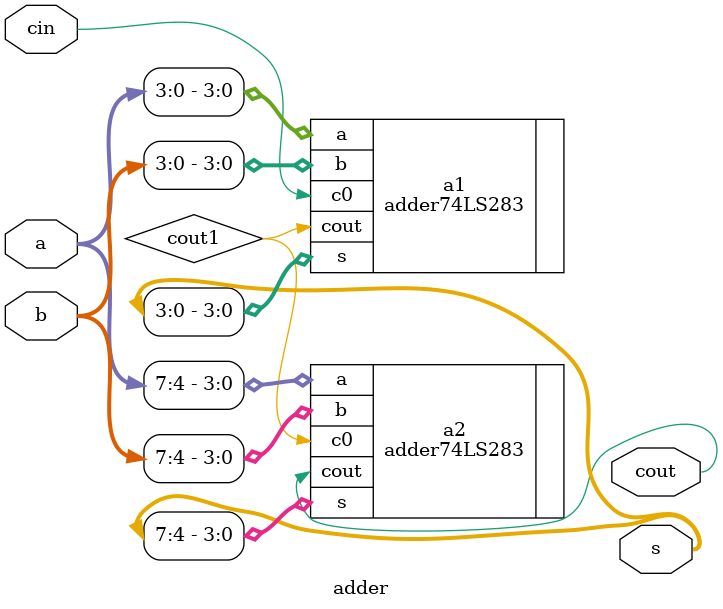
<source format=sv>
`timescale 1ns / 1ps


module adder(input logic [7:0] a,
input logic [7:0] b,
input logic cin,
output logic [7:0] s,
output logic cout
    );
    logic cout1;
    
    adder74LS283 a1(.a(a[3:0]),.b(b[3:0]),.c0(cin),.s(s[3:0]),.cout(cout1));
    adder74LS283 a2(.a(a[7:4]),.b(b[7:4]),.c0(cout1),.s(s[7:4]),.cout(cout));
    
endmodule

</source>
